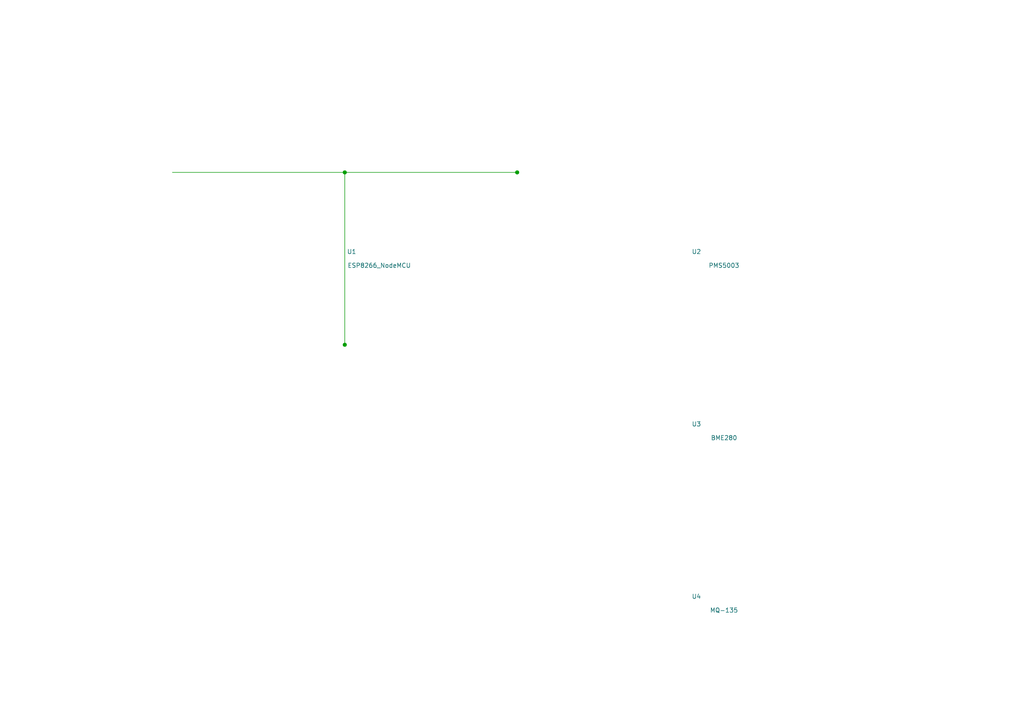
<source format=kicad_sch>
(kicad_sch (version 20211123) (generator eeschema)
  (paper "A4")
  (lib_symbols
    (symbol "ESP8266:NodeMCU" (pin_names (offset 1.016))
      (property "Reference" "U1" (at 0 0 0))
      (property "Value" "ESP8266_NodeMCU" (at 0 -2.54 0))
      (property "Footprint" "Module:NodeMCU_ESP8266" (at 0 0 0))
    )
    (symbol "Sensor:PMS5003" (pin_names (offset 1.016))
      (property "Reference" "U2" (at 0 0 0))
      (property "Value" "PMS5003" (at 0 -2.54 0))
    )
    (symbol "Sensor:BME280" (pin_names (offset 1.016))
      (property "Reference" "U3" (at 0 0 0))
      (property "Value" "BME280" (at 0 -2.54 0))
    )
    (symbol "Sensor:MQ135" (pin_names (offset 1.016))
      (property "Reference" "U4" (at 0 0 0))
      (property "Value" "MQ-135" (at 0 -2.54 0))
    )
    (symbol "GPS:GT-U7" (pin_names (offset 1.016))
      (property "Reference" "U5" (at 0 0 0))
      (property "Value" "GT-U7_NEO-6M" (at 0 -2.54 0))
    )
    (symbol "RTC:DS3231" (pin_names (offset 1.016))
      (property "Reference" "U6" (at 0 0 0))
      (property "Value" "DS3231" (at 0 -2.54 0))
    )
    (symbol "Power:TP4056" (pin_names (offset 1.016))
      (property "Reference" "U7" (at 0 0 0))
      (property "Value" "TP4056" (at 0 -2.54 0))
    )
  )
  (junction (at 100 50) (diameter 1.016))
  (junction (at 100 100) (diameter 1.016))
  (junction (at 150 50) (diameter 1.016))
  (wire (pts (xy 50 50) (xy 100 50)))
  (wire (pts (xy 100 50) (xy 150 50)))
  (wire (pts (xy 100 100) (xy 100 50)))
  (symbol (lib_id "ESP8266:NodeMCU") (at 100 75 0) (unit 1)
    (property "Reference" "U1" (at 102 73 0))
    (property "Value" "ESP8266_NodeMCU" (at 110 77 0))
  )
  (symbol (lib_id "Sensor:PMS5003") (at 200 75 0) (unit 1)
    (property "Reference" "U2" (at 202 73 0))
    (property "Value" "PMS5003" (at 210 77 0))
  )
  (symbol (lib_id "Sensor:BME280") (at 200 125 0) (unit 1)
    (property "Reference" "U3" (at 202 123 0))
    (property "Value" "BME280" (at 210 127 0))
  )
  (symbol (lib_id "Sensor:MQ135") (at 200 175 0) (unit 1)
    (property "Reference" "U4" (at 202 173 0))
    (property "Value" "MQ-135" (at 210 177 0))
  )
  (symbol (lib_id "GPS:GT-U7") (at 300 75 0) (unit 1)
    (property "Reference" "U5" (at 302 73 0))
    (property "Value" "GT-U7" (at 310 77 0))
  )
)
</source>
